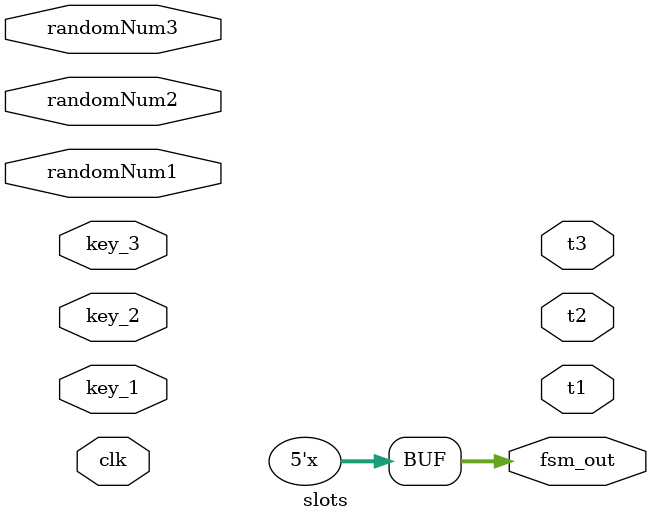
<source format=v>
module slots(clk, randomNum1, randomNum2, randomNum3, fsm_out, key_1, key_2, key_3, t1,t2,t3);
	input clk;
	input [4:0] randomNum1, randomNum2, randomNum3;
	input key_1, key_2, key_3; // key_1 == KEY3, key_2 == KEY2, key_3 == KEY1
	output reg [4:0] fsm_out;
	output reg [4:0] t1,t2,t3;
	reg state = 3'b000;

	// FSM
	always @(*)
	begin
		case (state)

			3'b000: // INITIAL STATE
				begin
					fsm_out <= 5'b00000; // LEDs initially off
					if (key_1 == 1'b0) // KEY3 Pressed
						
								// if first # is 7
								begin
									t1 <= randomNum1;
									state <= 3'b001;
								end

				end
			3'b001: // first # is 7
				begin
					if (key_2 == 1'b0) // KEY2 Pressed
						begin
							if (randomNum2 == randomNum1) // if second # is 7
								begin
								   t2 <= randomNum2;
									state <= 3'b010;
									fsm_out <= 5'b11111;
								end
							else
								begin
									t2 <= randomNum2;
									state <= 3'b100; // go to losing state
								end
						end
				end
			3'b010: // second # is 7
				begin
					if (key_3 == 1'b0) // KEY1 Pressed
						begin
							if (randomNum3 == randomNum1) // if third # is 7
								begin
									t3 <= randomNum3;
									state <= 3'b011;
								end
							else
								begin
									t3 <= randomNum3;
									state <= 3'b000; // go to losing state
								end
						end
				end
			3'b011: // third # is 7 AKA winning state
				begin
					fsm_out = 5'b11111; // turn LEDRs on
					if (key_3 == 1'b0) // Pressed KEY1 to restart
						begin
							state <= 3'b000;
						end
				end
			3'b100: // losing state
				begin
					if (key_3 == 1'b0) // Pressed KEY1 to restart
						begin
							state <= 3'b000;
						end
				end
		endcase
	end
	



endmodule
</source>
